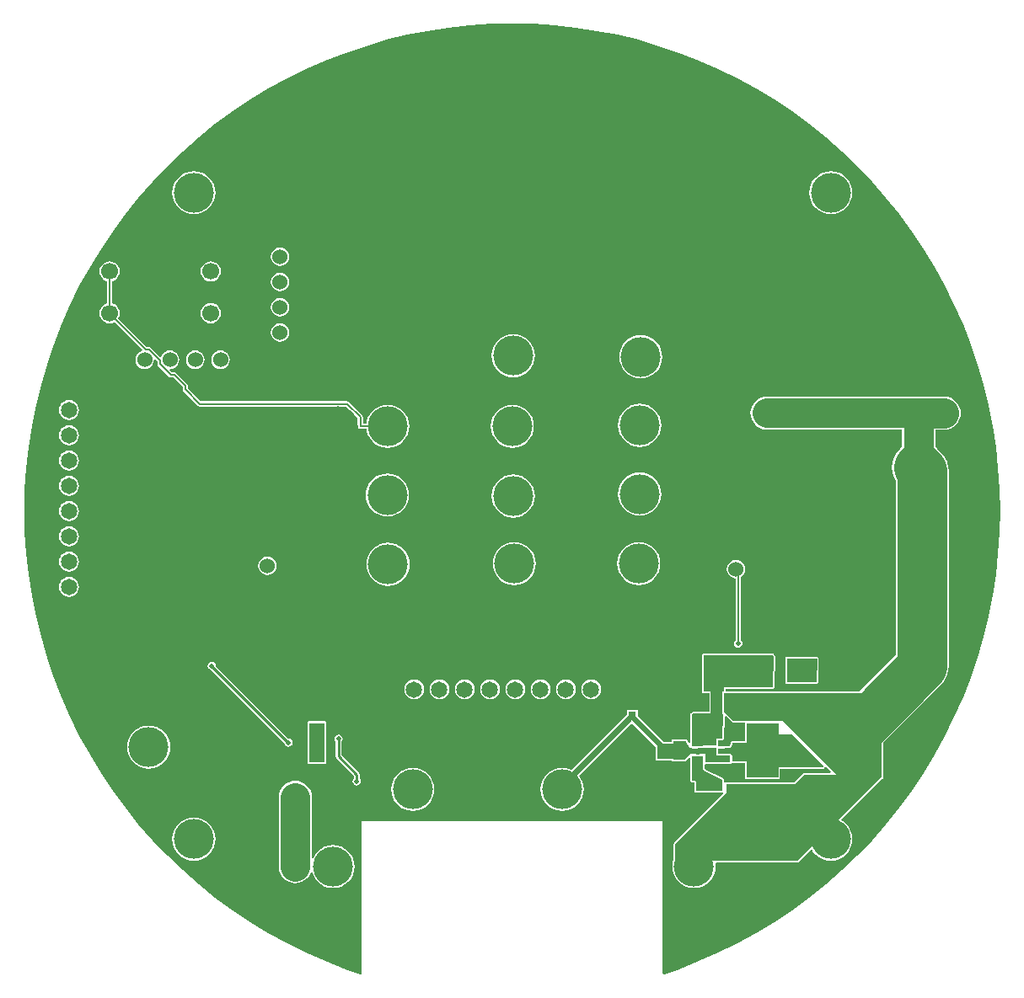
<source format=gbl>
G04 Layer_Physical_Order=2*
G04 Layer_Color=11436288*
%FSLAX24Y24*%
%MOIN*%
G70*
G01*
G75*
%ADD10R,0.0591X0.0748*%
%ADD11R,0.0295X0.0295*%
%ADD12R,0.0748X0.0591*%
%ADD13R,0.0217X0.0177*%
%ADD22C,0.1181*%
%ADD23C,0.0236*%
%ADD24C,0.0100*%
%ADD27C,0.0079*%
%ADD28C,0.0067*%
%ADD40C,0.1575*%
%ADD41C,0.0600*%
%ADD42R,0.0540X0.0540*%
%ADD43C,0.0650*%
%ADD44C,0.0669*%
%ADD45R,0.0540X0.0540*%
%ADD46C,0.0197*%
%ADD47C,0.0315*%
%ADD48R,0.0433X0.0236*%
%ADD49R,0.1260X0.2126*%
%ADD50R,0.0315X0.0256*%
%ADD51C,0.1969*%
%ADD52R,0.0610X0.1575*%
G36*
X26039Y58648D02*
X26879Y58593D01*
X27715Y58501D01*
X28548Y58373D01*
X29373Y58209D01*
X30191Y58009D01*
X30999Y57773D01*
X31796Y57502D01*
X32581Y57197D01*
X33352Y56858D01*
X34107Y56486D01*
X34845Y56081D01*
X35565Y55644D01*
X36265Y55176D01*
X36943Y54679D01*
X37600Y54152D01*
X38233Y53597D01*
X38841Y53014D01*
X39423Y52406D01*
X39978Y51773D01*
X40505Y51117D01*
X41003Y50438D01*
X41471Y49738D01*
X41908Y49018D01*
X42313Y48280D01*
X42685Y47525D01*
X43024Y46754D01*
X43329Y45970D01*
X43600Y45172D01*
X43835Y44364D01*
X44035Y43546D01*
X44200Y42721D01*
X44328Y41889D01*
X44419Y41052D01*
X44474Y40212D01*
X44493Y39370D01*
X44474Y38528D01*
X44419Y37688D01*
X44328Y36851D01*
X44200Y36019D01*
X44035Y35194D01*
X43835Y34376D01*
X43600Y33568D01*
X43329Y32770D01*
X43024Y31986D01*
X42685Y31215D01*
X42313Y30460D01*
X41908Y29722D01*
X41471Y29002D01*
X41003Y28302D01*
X40505Y27623D01*
X39978Y26967D01*
X39423Y26334D01*
X38841Y25726D01*
X38233Y25144D01*
X37600Y24589D01*
X36943Y24062D01*
X36265Y23564D01*
X35565Y23096D01*
X34845Y22659D01*
X34107Y22254D01*
X33352Y21882D01*
X32581Y21543D01*
X31796Y21238D01*
X31190Y21032D01*
X31149Y21061D01*
X31149Y21629D01*
X31142D01*
Y27087D01*
X19245D01*
Y21071D01*
X19195Y21035D01*
X18597Y21238D01*
X17813Y21543D01*
X17042Y21882D01*
X16287Y22254D01*
X15549Y22659D01*
X14829Y23096D01*
X14129Y23564D01*
X13450Y24062D01*
X12794Y24589D01*
X12161Y25144D01*
X11553Y25726D01*
X10970Y26334D01*
X10415Y26967D01*
X9888Y27623D01*
X9391Y28302D01*
X8923Y29002D01*
X8486Y29722D01*
X8081Y30460D01*
X7709Y31215D01*
X7370Y31986D01*
X7065Y32770D01*
X6794Y33568D01*
X6558Y34376D01*
X6358Y35194D01*
X6194Y36019D01*
X6066Y36851D01*
X5974Y37688D01*
X5919Y38528D01*
X5901Y39370D01*
X5919Y40212D01*
X5974Y41052D01*
X6066Y41889D01*
X6194Y42721D01*
X6358Y43546D01*
X6558Y44364D01*
X6794Y45172D01*
X7065Y45970D01*
X7370Y46754D01*
X7709Y47525D01*
X8081Y48280D01*
X8486Y49018D01*
X8923Y49738D01*
X9391Y50438D01*
X9888Y51117D01*
X10415Y51773D01*
X10970Y52406D01*
X11553Y53014D01*
X12161Y53597D01*
X12794Y54152D01*
X13450Y54679D01*
X14129Y55176D01*
X14829Y55644D01*
X15549Y56081D01*
X16287Y56486D01*
X17042Y56858D01*
X17813Y57197D01*
X18597Y57502D01*
X19394Y57773D01*
X20203Y58009D01*
X21020Y58209D01*
X21846Y58373D01*
X22678Y58501D01*
X23515Y58593D01*
X24355Y58648D01*
X25197Y58666D01*
X26039Y58648D01*
D02*
G37*
%LPC*%
G36*
X37254Y33578D02*
X36063D01*
X36057Y33577D01*
X36000D01*
Y33520D01*
X35999Y33514D01*
Y32598D01*
X36004Y32574D01*
X36018Y32553D01*
X36038Y32539D01*
X36063Y32534D01*
X37234D01*
X37246Y32537D01*
X37258Y32539D01*
X37258Y32539D01*
X37259Y32539D01*
X37269Y32546D01*
X37279Y32552D01*
X37279Y32553D01*
X37280Y32553D01*
X37286Y32563D01*
X37293Y32573D01*
X37293Y32573D01*
X37294Y32574D01*
X37296Y32585D01*
X37298Y32597D01*
X37318Y33512D01*
X37318Y33513D01*
X37318Y33514D01*
X37316Y33525D01*
X37314Y33537D01*
X37313Y33538D01*
X37313Y33538D01*
X37307Y33548D01*
X37300Y33558D01*
X37300Y33559D01*
X37299Y33559D01*
X37290Y33566D01*
X37280Y33573D01*
X37279Y33573D01*
X37279Y33573D01*
X37267Y33575D01*
X37255Y33578D01*
X37255Y33578D01*
X37254Y33578D01*
D02*
G37*
G36*
X34045Y37433D02*
X33951Y37421D01*
X33862Y37384D01*
X33786Y37326D01*
X33728Y37250D01*
X33692Y37162D01*
X33679Y37067D01*
X33692Y36972D01*
X33728Y36884D01*
X33786Y36808D01*
X33862Y36750D01*
X33951Y36713D01*
X34036Y36702D01*
Y34252D01*
X34017Y34240D01*
X33982Y34187D01*
X33969Y34124D01*
X33982Y34061D01*
X34017Y34008D01*
X34071Y33972D01*
X34134Y33959D01*
X34197Y33972D01*
X34250Y34008D01*
X34286Y34061D01*
X34298Y34124D01*
X34286Y34187D01*
X34250Y34240D01*
X34232Y34252D01*
Y36753D01*
X34304Y36808D01*
X34362Y36884D01*
X34399Y36972D01*
X34411Y37067D01*
X34399Y37162D01*
X34362Y37250D01*
X34304Y37326D01*
X34228Y37384D01*
X34140Y37421D01*
X34045Y37433D01*
D02*
G37*
G36*
X28319Y32698D02*
X28218Y32685D01*
X28124Y32646D01*
X28042Y32584D01*
X27980Y32503D01*
X27941Y32408D01*
X27928Y32307D01*
X27941Y32206D01*
X27980Y32111D01*
X28042Y32030D01*
X28124Y31968D01*
X28218Y31929D01*
X28319Y31916D01*
X28421Y31929D01*
X28515Y31968D01*
X28596Y32030D01*
X28658Y32111D01*
X28697Y32206D01*
X28711Y32307D01*
X28697Y32408D01*
X28658Y32503D01*
X28596Y32584D01*
X28515Y32646D01*
X28421Y32685D01*
X28319Y32698D01*
D02*
G37*
G36*
X26319D02*
X26218Y32685D01*
X26124Y32646D01*
X26042Y32584D01*
X25980Y32503D01*
X25941Y32408D01*
X25928Y32307D01*
X25941Y32206D01*
X25980Y32111D01*
X26042Y32030D01*
X26124Y31968D01*
X26218Y31929D01*
X26319Y31916D01*
X26421Y31929D01*
X26515Y31968D01*
X26596Y32030D01*
X26658Y32111D01*
X26697Y32206D01*
X26711Y32307D01*
X26697Y32408D01*
X26658Y32503D01*
X26596Y32584D01*
X26515Y32646D01*
X26421Y32685D01*
X26319Y32698D01*
D02*
G37*
G36*
X27319D02*
X27218Y32685D01*
X27124Y32646D01*
X27042Y32584D01*
X26980Y32503D01*
X26941Y32408D01*
X26928Y32307D01*
X26941Y32206D01*
X26980Y32111D01*
X27042Y32030D01*
X27124Y31968D01*
X27218Y31929D01*
X27319Y31916D01*
X27420Y31929D01*
X27515Y31968D01*
X27596Y32030D01*
X27658Y32111D01*
X27697Y32206D01*
X27711Y32307D01*
X27697Y32408D01*
X27658Y32503D01*
X27596Y32584D01*
X27515Y32646D01*
X27420Y32685D01*
X27319Y32698D01*
D02*
G37*
G36*
X7661Y36757D02*
X7560Y36744D01*
X7466Y36705D01*
X7385Y36643D01*
X7323Y36562D01*
X7283Y36467D01*
X7270Y36366D01*
X7283Y36265D01*
X7323Y36170D01*
X7385Y36089D01*
X7466Y36027D01*
X7560Y35988D01*
X7661Y35974D01*
X7763Y35988D01*
X7857Y36027D01*
X7938Y36089D01*
X8000Y36170D01*
X8039Y36265D01*
X8053Y36366D01*
X8039Y36467D01*
X8000Y36562D01*
X7938Y36643D01*
X7857Y36705D01*
X7763Y36744D01*
X7661Y36757D01*
D02*
G37*
G36*
X15512Y37561D02*
X15417Y37549D01*
X15329Y37512D01*
X15253Y37454D01*
X15195Y37378D01*
X15158Y37290D01*
X15146Y37195D01*
X15158Y37100D01*
X15195Y37012D01*
X15253Y36936D01*
X15329Y36878D01*
X15417Y36841D01*
X15512Y36829D01*
X15607Y36841D01*
X15695Y36878D01*
X15771Y36936D01*
X15829Y37012D01*
X15865Y37100D01*
X15878Y37195D01*
X15865Y37290D01*
X15829Y37378D01*
X15771Y37454D01*
X15695Y37512D01*
X15607Y37549D01*
X15512Y37561D01*
D02*
G37*
G36*
X7661Y37757D02*
X7560Y37744D01*
X7466Y37705D01*
X7385Y37643D01*
X7323Y37562D01*
X7283Y37467D01*
X7270Y37366D01*
X7283Y37265D01*
X7323Y37170D01*
X7385Y37089D01*
X7466Y37027D01*
X7560Y36988D01*
X7661Y36974D01*
X7763Y36988D01*
X7857Y37027D01*
X7938Y37089D01*
X8000Y37170D01*
X8039Y37265D01*
X8053Y37366D01*
X8039Y37467D01*
X8000Y37562D01*
X7938Y37643D01*
X7857Y37705D01*
X7763Y37744D01*
X7661Y37757D01*
D02*
G37*
G36*
X30197Y38138D02*
X30030Y38122D01*
X29870Y38073D01*
X29722Y37994D01*
X29593Y37888D01*
X29486Y37758D01*
X29407Y37610D01*
X29359Y37450D01*
X29342Y37283D01*
X29359Y37117D01*
X29407Y36956D01*
X29486Y36809D01*
X29593Y36679D01*
X29722Y36573D01*
X29870Y36494D01*
X30030Y36445D01*
X30197Y36429D01*
X30364Y36445D01*
X30524Y36494D01*
X30672Y36573D01*
X30801Y36679D01*
X30907Y36809D01*
X30986Y36956D01*
X31035Y37117D01*
X31051Y37283D01*
X31035Y37450D01*
X30986Y37610D01*
X30907Y37758D01*
X30801Y37888D01*
X30672Y37994D01*
X30524Y38073D01*
X30364Y38122D01*
X30197Y38138D01*
D02*
G37*
G36*
X20285Y38108D02*
X20119Y38092D01*
X19958Y38043D01*
X19811Y37964D01*
X19681Y37858D01*
X19575Y37729D01*
X19496Y37581D01*
X19447Y37421D01*
X19431Y37254D01*
X19447Y37087D01*
X19496Y36927D01*
X19575Y36779D01*
X19681Y36650D01*
X19811Y36543D01*
X19958Y36464D01*
X20119Y36416D01*
X20285Y36399D01*
X20452Y36416D01*
X20612Y36464D01*
X20760Y36543D01*
X20890Y36650D01*
X20996Y36779D01*
X21075Y36927D01*
X21124Y37087D01*
X21140Y37254D01*
X21124Y37421D01*
X21075Y37581D01*
X20996Y37729D01*
X20890Y37858D01*
X20760Y37964D01*
X20612Y38043D01*
X20452Y38092D01*
X20285Y38108D01*
D02*
G37*
G36*
X25276Y38138D02*
X25109Y38122D01*
X24949Y38073D01*
X24801Y37994D01*
X24671Y37888D01*
X24565Y37758D01*
X24486Y37610D01*
X24437Y37450D01*
X24421Y37283D01*
X24437Y37117D01*
X24486Y36956D01*
X24565Y36809D01*
X24671Y36679D01*
X24801Y36573D01*
X24949Y36494D01*
X25109Y36445D01*
X25276Y36429D01*
X25442Y36445D01*
X25603Y36494D01*
X25750Y36573D01*
X25880Y36679D01*
X25986Y36809D01*
X26065Y36956D01*
X26114Y37117D01*
X26130Y37283D01*
X26114Y37450D01*
X26065Y37610D01*
X25986Y37758D01*
X25880Y37888D01*
X25750Y37994D01*
X25603Y38073D01*
X25442Y38122D01*
X25276Y38138D01*
D02*
G37*
G36*
X25319Y32698D02*
X25218Y32685D01*
X25124Y32646D01*
X25042Y32584D01*
X24980Y32503D01*
X24941Y32408D01*
X24928Y32307D01*
X24941Y32206D01*
X24980Y32111D01*
X25042Y32030D01*
X25124Y31968D01*
X25218Y31929D01*
X25319Y31916D01*
X25420Y31929D01*
X25515Y31968D01*
X25596Y32030D01*
X25658Y32111D01*
X25697Y32206D01*
X25711Y32307D01*
X25697Y32408D01*
X25658Y32503D01*
X25596Y32584D01*
X25515Y32646D01*
X25420Y32685D01*
X25319Y32698D01*
D02*
G37*
G36*
X18327Y30509D02*
X18264Y30497D01*
X18210Y30461D01*
X18175Y30407D01*
X18162Y30344D01*
X18175Y30282D01*
X18210Y30228D01*
X18212Y30227D01*
Y29656D01*
X18220Y29611D01*
X18245Y29574D01*
X18930Y28889D01*
Y28788D01*
X18929Y28788D01*
X18893Y28734D01*
X18881Y28671D01*
X18893Y28608D01*
X18929Y28555D01*
X18982Y28519D01*
X19045Y28507D01*
X19108Y28519D01*
X19162Y28555D01*
X19197Y28608D01*
X19210Y28671D01*
X19197Y28734D01*
X19162Y28788D01*
X19160Y28788D01*
Y28937D01*
X19152Y28981D01*
X19127Y29018D01*
X18442Y29703D01*
Y30227D01*
X18443Y30228D01*
X18479Y30282D01*
X18491Y30344D01*
X18479Y30407D01*
X18443Y30461D01*
X18390Y30497D01*
X18327Y30509D01*
D02*
G37*
G36*
X10817Y30874D02*
X10650Y30858D01*
X10490Y30809D01*
X10342Y30730D01*
X10213Y30624D01*
X10106Y30494D01*
X10027Y30347D01*
X9979Y30186D01*
X9962Y30020D01*
X9979Y29853D01*
X10027Y29693D01*
X10106Y29545D01*
X10213Y29415D01*
X10342Y29309D01*
X10490Y29230D01*
X10650Y29182D01*
X10817Y29165D01*
X10984Y29182D01*
X11144Y29230D01*
X11292Y29309D01*
X11421Y29415D01*
X11527Y29545D01*
X11606Y29693D01*
X11655Y29853D01*
X11671Y30020D01*
X11655Y30186D01*
X11606Y30347D01*
X11527Y30494D01*
X11421Y30624D01*
X11292Y30730D01*
X11144Y30809D01*
X10984Y30858D01*
X10817Y30874D01*
D02*
G37*
G36*
X21260Y29201D02*
X21093Y29185D01*
X20933Y29136D01*
X20785Y29057D01*
X20656Y28951D01*
X20549Y28821D01*
X20470Y28673D01*
X20422Y28513D01*
X20405Y28346D01*
X20422Y28180D01*
X20470Y28019D01*
X20549Y27872D01*
X20656Y27742D01*
X20785Y27636D01*
X20933Y27557D01*
X21093Y27508D01*
X21260Y27492D01*
X21427Y27508D01*
X21587Y27557D01*
X21735Y27636D01*
X21864Y27742D01*
X21970Y27872D01*
X22049Y28019D01*
X22098Y28180D01*
X22114Y28346D01*
X22098Y28513D01*
X22049Y28673D01*
X21970Y28821D01*
X21864Y28951D01*
X21735Y29057D01*
X21587Y29136D01*
X21427Y29185D01*
X21260Y29201D01*
D02*
G37*
G36*
X16614Y28688D02*
X16486Y28676D01*
X16363Y28638D01*
X16249Y28578D01*
X16150Y28496D01*
X16068Y28396D01*
X16007Y28283D01*
X15970Y28160D01*
X15957Y28031D01*
Y25295D01*
X15970Y25167D01*
X16007Y25044D01*
X16068Y24930D01*
X16150Y24831D01*
X16249Y24749D01*
X16363Y24689D01*
X16486Y24651D01*
X16614Y24639D01*
X16742Y24651D01*
X16865Y24689D01*
X16979Y24749D01*
X17079Y24831D01*
X17160Y24930D01*
X17221Y25044D01*
X17233Y25085D01*
X17285D01*
X17321Y24968D01*
X17400Y24821D01*
X17506Y24691D01*
X17636Y24585D01*
X17783Y24506D01*
X17944Y24457D01*
X18110Y24441D01*
X18277Y24457D01*
X18437Y24506D01*
X18585Y24585D01*
X18714Y24691D01*
X18821Y24821D01*
X18900Y24968D01*
X18948Y25129D01*
X18965Y25295D01*
X18948Y25462D01*
X18900Y25622D01*
X18821Y25770D01*
X18714Y25900D01*
X18585Y26006D01*
X18437Y26085D01*
X18277Y26133D01*
X18110Y26150D01*
X17944Y26133D01*
X17783Y26085D01*
X17636Y26006D01*
X17506Y25900D01*
X17400Y25770D01*
X17321Y25622D01*
X17271Y25630D01*
Y28031D01*
X17258Y28160D01*
X17221Y28283D01*
X17160Y28396D01*
X17079Y28496D01*
X16979Y28578D01*
X16865Y28638D01*
X16742Y28676D01*
X16614Y28688D01*
D02*
G37*
G36*
X12598Y27232D02*
X12432Y27216D01*
X12271Y27167D01*
X12124Y27088D01*
X11994Y26982D01*
X11888Y26853D01*
X11809Y26705D01*
X11760Y26545D01*
X11744Y26378D01*
X11760Y26211D01*
X11809Y26051D01*
X11888Y25903D01*
X11994Y25774D01*
X12124Y25667D01*
X12271Y25588D01*
X12432Y25540D01*
X12598Y25523D01*
X12765Y25540D01*
X12925Y25588D01*
X13073Y25667D01*
X13203Y25774D01*
X13309Y25903D01*
X13388Y26051D01*
X13437Y26211D01*
X13453Y26378D01*
X13437Y26545D01*
X13388Y26705D01*
X13309Y26853D01*
X13203Y26982D01*
X13073Y27088D01*
X12925Y27167D01*
X12765Y27216D01*
X12598Y27232D01*
D02*
G37*
G36*
X17785Y31058D02*
X17175D01*
X17151Y31053D01*
X17130Y31040D01*
X17116Y31019D01*
X17111Y30994D01*
Y29419D01*
X17116Y29395D01*
X17130Y29374D01*
X17151Y29360D01*
X17175Y29355D01*
X17785D01*
X17810Y29360D01*
X17831Y29374D01*
X17845Y29395D01*
X17850Y29419D01*
Y30994D01*
X17845Y31019D01*
X17831Y31040D01*
X17810Y31053D01*
X17785Y31058D01*
D02*
G37*
G36*
X23319Y32698D02*
X23218Y32685D01*
X23124Y32646D01*
X23042Y32584D01*
X22980Y32503D01*
X22941Y32408D01*
X22928Y32307D01*
X22941Y32206D01*
X22980Y32111D01*
X23042Y32030D01*
X23124Y31968D01*
X23218Y31929D01*
X23319Y31916D01*
X23421Y31929D01*
X23515Y31968D01*
X23596Y32030D01*
X23658Y32111D01*
X23697Y32206D01*
X23711Y32307D01*
X23697Y32408D01*
X23658Y32503D01*
X23596Y32584D01*
X23515Y32646D01*
X23421Y32685D01*
X23319Y32698D01*
D02*
G37*
G36*
X24319D02*
X24218Y32685D01*
X24124Y32646D01*
X24042Y32584D01*
X23980Y32503D01*
X23941Y32408D01*
X23928Y32307D01*
X23941Y32206D01*
X23980Y32111D01*
X24042Y32030D01*
X24124Y31968D01*
X24218Y31929D01*
X24319Y31916D01*
X24420Y31929D01*
X24515Y31968D01*
X24596Y32030D01*
X24658Y32111D01*
X24697Y32206D01*
X24711Y32307D01*
X24697Y32408D01*
X24658Y32503D01*
X24596Y32584D01*
X24515Y32646D01*
X24420Y32685D01*
X24319Y32698D01*
D02*
G37*
G36*
X22319D02*
X22218Y32685D01*
X22124Y32646D01*
X22042Y32584D01*
X21980Y32503D01*
X21941Y32408D01*
X21928Y32307D01*
X21941Y32206D01*
X21980Y32111D01*
X22042Y32030D01*
X22124Y31968D01*
X22218Y31929D01*
X22319Y31916D01*
X22420Y31929D01*
X22515Y31968D01*
X22596Y32030D01*
X22658Y32111D01*
X22697Y32206D01*
X22711Y32307D01*
X22697Y32408D01*
X22658Y32503D01*
X22596Y32584D01*
X22515Y32646D01*
X22420Y32685D01*
X22319Y32698D01*
D02*
G37*
G36*
X13317Y33393D02*
X13254Y33380D01*
X13201Y33345D01*
X13165Y33291D01*
X13152Y33228D01*
X13165Y33165D01*
X13201Y33112D01*
X13254Y33076D01*
X13317Y33064D01*
X13318Y33064D01*
X16184Y30198D01*
X16184Y30197D01*
X16196Y30134D01*
X16232Y30080D01*
X16285Y30045D01*
X16348Y30032D01*
X16411Y30045D01*
X16465Y30080D01*
X16500Y30134D01*
X16513Y30197D01*
X16500Y30260D01*
X16465Y30313D01*
X16411Y30349D01*
X16348Y30361D01*
X16347Y30361D01*
X13481Y33227D01*
X13482Y33228D01*
X13469Y33291D01*
X13433Y33345D01*
X13380Y33380D01*
X13317Y33393D01*
D02*
G37*
G36*
X21319Y32698D02*
X21218Y32685D01*
X21124Y32646D01*
X21042Y32584D01*
X20980Y32503D01*
X20941Y32408D01*
X20928Y32307D01*
X20941Y32206D01*
X20980Y32111D01*
X21042Y32030D01*
X21124Y31968D01*
X21218Y31929D01*
X21319Y31916D01*
X21421Y31929D01*
X21515Y31968D01*
X21596Y32030D01*
X21658Y32111D01*
X21697Y32206D01*
X21711Y32307D01*
X21697Y32408D01*
X21658Y32503D01*
X21596Y32584D01*
X21515Y32646D01*
X21421Y32685D01*
X21319Y32698D01*
D02*
G37*
G36*
X7661Y38757D02*
X7560Y38744D01*
X7466Y38705D01*
X7385Y38643D01*
X7323Y38561D01*
X7283Y38467D01*
X7270Y38366D01*
X7283Y38265D01*
X7323Y38170D01*
X7385Y38089D01*
X7466Y38027D01*
X7560Y37988D01*
X7661Y37974D01*
X7763Y37988D01*
X7857Y38027D01*
X7938Y38089D01*
X8000Y38170D01*
X8039Y38265D01*
X8053Y38366D01*
X8039Y38467D01*
X8000Y38561D01*
X7938Y38643D01*
X7857Y38705D01*
X7763Y38744D01*
X7661Y38757D01*
D02*
G37*
G36*
X13661Y45720D02*
X13567Y45708D01*
X13478Y45671D01*
X13403Y45613D01*
X13344Y45537D01*
X13308Y45449D01*
X13295Y45354D01*
X13308Y45260D01*
X13344Y45171D01*
X13403Y45095D01*
X13478Y45037D01*
X13567Y45001D01*
X13661Y44988D01*
X13756Y45001D01*
X13844Y45037D01*
X13920Y45095D01*
X13978Y45171D01*
X14015Y45260D01*
X14028Y45354D01*
X14015Y45449D01*
X13978Y45537D01*
X13920Y45613D01*
X13844Y45671D01*
X13756Y45708D01*
X13661Y45720D01*
D02*
G37*
G36*
X16014Y46795D02*
X15919Y46783D01*
X15831Y46746D01*
X15755Y46688D01*
X15697Y46612D01*
X15660Y46524D01*
X15648Y46429D01*
X15660Y46334D01*
X15697Y46246D01*
X15755Y46170D01*
X15831Y46112D01*
X15919Y46075D01*
X16014Y46063D01*
X16109Y46075D01*
X16197Y46112D01*
X16273Y46170D01*
X16331Y46246D01*
X16367Y46334D01*
X16380Y46429D01*
X16367Y46524D01*
X16331Y46612D01*
X16273Y46688D01*
X16197Y46746D01*
X16109Y46783D01*
X16014Y46795D01*
D02*
G37*
G36*
X13270Y47596D02*
X13166Y47582D01*
X13069Y47542D01*
X12986Y47478D01*
X12922Y47395D01*
X12882Y47299D01*
X12869Y47195D01*
X12882Y47091D01*
X12922Y46994D01*
X12986Y46911D01*
X13069Y46848D01*
X13166Y46807D01*
X13270Y46794D01*
X13373Y46807D01*
X13470Y46848D01*
X13553Y46911D01*
X13617Y46994D01*
X13657Y47091D01*
X13671Y47195D01*
X13657Y47299D01*
X13617Y47395D01*
X13553Y47478D01*
X13470Y47542D01*
X13373Y47582D01*
X13270Y47596D01*
D02*
G37*
G36*
X30276Y46327D02*
X30109Y46311D01*
X29949Y46262D01*
X29801Y46183D01*
X29671Y46077D01*
X29565Y45947D01*
X29486Y45799D01*
X29437Y45639D01*
X29421Y45472D01*
X29437Y45306D01*
X29486Y45145D01*
X29565Y44998D01*
X29671Y44868D01*
X29801Y44762D01*
X29949Y44683D01*
X30109Y44634D01*
X30276Y44618D01*
X30442Y44634D01*
X30603Y44683D01*
X30750Y44762D01*
X30880Y44868D01*
X30986Y44998D01*
X31065Y45145D01*
X31114Y45306D01*
X31130Y45472D01*
X31114Y45639D01*
X31065Y45799D01*
X30986Y45947D01*
X30880Y46077D01*
X30750Y46183D01*
X30603Y46262D01*
X30442Y46311D01*
X30276Y46327D01*
D02*
G37*
G36*
X25236Y46366D02*
X25070Y46350D01*
X24909Y46301D01*
X24761Y46222D01*
X24632Y46116D01*
X24526Y45987D01*
X24447Y45839D01*
X24398Y45679D01*
X24382Y45512D01*
X24398Y45345D01*
X24447Y45185D01*
X24526Y45037D01*
X24632Y44908D01*
X24761Y44801D01*
X24909Y44722D01*
X25070Y44674D01*
X25236Y44657D01*
X25403Y44674D01*
X25563Y44722D01*
X25711Y44801D01*
X25840Y44908D01*
X25947Y45037D01*
X26026Y45185D01*
X26074Y45345D01*
X26091Y45512D01*
X26074Y45679D01*
X26026Y45839D01*
X25947Y45987D01*
X25840Y46116D01*
X25711Y46222D01*
X25563Y46301D01*
X25403Y46350D01*
X25236Y46366D01*
D02*
G37*
G36*
X12661Y45720D02*
X12567Y45708D01*
X12478Y45671D01*
X12403Y45613D01*
X12344Y45537D01*
X12308Y45449D01*
X12295Y45354D01*
X12308Y45260D01*
X12344Y45171D01*
X12403Y45095D01*
X12478Y45037D01*
X12567Y45001D01*
X12661Y44988D01*
X12756Y45001D01*
X12844Y45037D01*
X12920Y45095D01*
X12978Y45171D01*
X13015Y45260D01*
X13028Y45354D01*
X13015Y45449D01*
X12978Y45537D01*
X12920Y45613D01*
X12844Y45671D01*
X12756Y45708D01*
X12661Y45720D01*
D02*
G37*
G36*
X16014Y49795D02*
X15919Y49783D01*
X15831Y49746D01*
X15755Y49688D01*
X15697Y49612D01*
X15660Y49524D01*
X15648Y49429D01*
X15660Y49334D01*
X15697Y49246D01*
X15755Y49170D01*
X15831Y49112D01*
X15919Y49075D01*
X16014Y49063D01*
X16109Y49075D01*
X16197Y49112D01*
X16273Y49170D01*
X16331Y49246D01*
X16367Y49334D01*
X16380Y49429D01*
X16367Y49524D01*
X16331Y49612D01*
X16273Y49688D01*
X16197Y49746D01*
X16109Y49783D01*
X16014Y49795D01*
D02*
G37*
G36*
X12598Y52823D02*
X12432Y52807D01*
X12271Y52758D01*
X12124Y52679D01*
X11994Y52573D01*
X11888Y52443D01*
X11809Y52296D01*
X11760Y52135D01*
X11744Y51968D01*
X11760Y51802D01*
X11809Y51642D01*
X11888Y51494D01*
X11994Y51364D01*
X12124Y51258D01*
X12271Y51179D01*
X12432Y51130D01*
X12598Y51114D01*
X12765Y51130D01*
X12925Y51179D01*
X13073Y51258D01*
X13203Y51364D01*
X13309Y51494D01*
X13388Y51642D01*
X13437Y51802D01*
X13453Y51968D01*
X13437Y52135D01*
X13388Y52296D01*
X13309Y52443D01*
X13203Y52573D01*
X13073Y52679D01*
X12925Y52758D01*
X12765Y52807D01*
X12598Y52823D01*
D02*
G37*
G36*
X37795D02*
X37629Y52807D01*
X37468Y52758D01*
X37321Y52679D01*
X37191Y52573D01*
X37085Y52443D01*
X37006Y52296D01*
X36957Y52135D01*
X36941Y51968D01*
X36957Y51802D01*
X37006Y51642D01*
X37085Y51494D01*
X37191Y51364D01*
X37321Y51258D01*
X37468Y51179D01*
X37629Y51130D01*
X37795Y51114D01*
X37962Y51130D01*
X38122Y51179D01*
X38270Y51258D01*
X38400Y51364D01*
X38506Y51494D01*
X38585Y51642D01*
X38633Y51802D01*
X38650Y51968D01*
X38633Y52135D01*
X38585Y52296D01*
X38506Y52443D01*
X38400Y52573D01*
X38270Y52679D01*
X38122Y52758D01*
X37962Y52807D01*
X37795Y52823D01*
D02*
G37*
G36*
X16014Y47795D02*
X15919Y47783D01*
X15831Y47746D01*
X15755Y47688D01*
X15697Y47612D01*
X15660Y47524D01*
X15648Y47429D01*
X15660Y47334D01*
X15697Y47246D01*
X15755Y47170D01*
X15831Y47112D01*
X15919Y47075D01*
X16014Y47063D01*
X16109Y47075D01*
X16197Y47112D01*
X16273Y47170D01*
X16331Y47246D01*
X16367Y47334D01*
X16380Y47429D01*
X16367Y47524D01*
X16331Y47612D01*
X16273Y47688D01*
X16197Y47746D01*
X16109Y47783D01*
X16014Y47795D01*
D02*
G37*
G36*
Y48795D02*
X15919Y48783D01*
X15831Y48746D01*
X15755Y48688D01*
X15697Y48612D01*
X15660Y48524D01*
X15648Y48429D01*
X15660Y48334D01*
X15697Y48246D01*
X15755Y48170D01*
X15831Y48112D01*
X15919Y48075D01*
X16014Y48063D01*
X16109Y48075D01*
X16197Y48112D01*
X16273Y48170D01*
X16331Y48246D01*
X16367Y48334D01*
X16380Y48429D01*
X16367Y48524D01*
X16331Y48612D01*
X16273Y48688D01*
X16197Y48746D01*
X16109Y48783D01*
X16014Y48795D01*
D02*
G37*
G36*
X13270Y49249D02*
X13166Y49236D01*
X13069Y49196D01*
X12986Y49132D01*
X12922Y49049D01*
X12882Y48952D01*
X12869Y48848D01*
X12882Y48745D01*
X12922Y48648D01*
X12986Y48565D01*
X13069Y48501D01*
X13166Y48461D01*
X13270Y48447D01*
X13373Y48461D01*
X13470Y48501D01*
X13553Y48565D01*
X13617Y48648D01*
X13657Y48745D01*
X13671Y48848D01*
X13657Y48952D01*
X13617Y49049D01*
X13553Y49132D01*
X13470Y49196D01*
X13373Y49236D01*
X13270Y49249D01*
D02*
G37*
G36*
X7661Y43757D02*
X7560Y43744D01*
X7466Y43705D01*
X7385Y43643D01*
X7323Y43562D01*
X7283Y43467D01*
X7270Y43366D01*
X7283Y43265D01*
X7323Y43170D01*
X7385Y43089D01*
X7466Y43027D01*
X7560Y42988D01*
X7661Y42974D01*
X7763Y42988D01*
X7857Y43027D01*
X7938Y43089D01*
X8000Y43170D01*
X8039Y43265D01*
X8053Y43366D01*
X8039Y43467D01*
X8000Y43562D01*
X7938Y43643D01*
X7857Y43705D01*
X7763Y43744D01*
X7661Y43757D01*
D02*
G37*
G36*
Y40757D02*
X7560Y40744D01*
X7466Y40705D01*
X7385Y40643D01*
X7323Y40561D01*
X7283Y40467D01*
X7270Y40366D01*
X7283Y40265D01*
X7323Y40170D01*
X7385Y40089D01*
X7466Y40027D01*
X7560Y39988D01*
X7661Y39974D01*
X7763Y39988D01*
X7857Y40027D01*
X7938Y40089D01*
X8000Y40170D01*
X8039Y40265D01*
X8053Y40366D01*
X8039Y40467D01*
X8000Y40561D01*
X7938Y40643D01*
X7857Y40705D01*
X7763Y40744D01*
X7661Y40757D01*
D02*
G37*
G36*
Y41757D02*
X7560Y41744D01*
X7466Y41705D01*
X7385Y41643D01*
X7323Y41561D01*
X7283Y41467D01*
X7270Y41366D01*
X7283Y41265D01*
X7323Y41170D01*
X7385Y41089D01*
X7466Y41027D01*
X7560Y40988D01*
X7661Y40974D01*
X7763Y40988D01*
X7857Y41027D01*
X7938Y41089D01*
X8000Y41170D01*
X8039Y41265D01*
X8053Y41366D01*
X8039Y41467D01*
X8000Y41561D01*
X7938Y41643D01*
X7857Y41705D01*
X7763Y41744D01*
X7661Y41757D01*
D02*
G37*
G36*
X9270Y49249D02*
X9166Y49236D01*
X9069Y49196D01*
X8986Y49132D01*
X8922Y49049D01*
X8882Y48952D01*
X8869Y48848D01*
X8882Y48745D01*
X8922Y48648D01*
X8986Y48565D01*
X9069Y48501D01*
X9165Y48461D01*
Y47582D01*
X9069Y47542D01*
X8986Y47478D01*
X8922Y47395D01*
X8882Y47299D01*
X8869Y47195D01*
X8882Y47091D01*
X8922Y46994D01*
X8986Y46911D01*
X9069Y46848D01*
X9166Y46807D01*
X9270Y46794D01*
X9373Y46807D01*
X9470Y46847D01*
X10563Y45754D01*
X10547Y45700D01*
X10478Y45671D01*
X10403Y45613D01*
X10344Y45537D01*
X10308Y45449D01*
X10295Y45354D01*
X10308Y45260D01*
X10344Y45171D01*
X10403Y45095D01*
X10478Y45037D01*
X10567Y45001D01*
X10661Y44988D01*
X10756Y45001D01*
X10844Y45037D01*
X10920Y45095D01*
X10978Y45171D01*
X11015Y45260D01*
X11026Y45341D01*
X11073Y45365D01*
X11155Y45282D01*
Y45188D01*
X11155Y45188D01*
X11163Y45148D01*
X11185Y45114D01*
X11616Y44683D01*
X11616Y44683D01*
X11650Y44660D01*
X11657Y44659D01*
X11690Y44652D01*
X11690Y44652D01*
X11785D01*
X12155Y44282D01*
Y44188D01*
X12155Y44188D01*
X12163Y44148D01*
X12185Y44114D01*
X12767Y43533D01*
X12800Y43510D01*
X12807Y43509D01*
X12840Y43502D01*
X12840Y43502D01*
X18623D01*
X19083Y43042D01*
Y42717D01*
X19091Y42677D01*
X19113Y42643D01*
X19147Y42620D01*
X19187Y42612D01*
X19422D01*
X19428Y42550D01*
X19476Y42390D01*
X19555Y42242D01*
X19662Y42112D01*
X19791Y42006D01*
X19939Y41927D01*
X20099Y41878D01*
X20266Y41862D01*
X20432Y41878D01*
X20593Y41927D01*
X20740Y42006D01*
X20870Y42112D01*
X20976Y42242D01*
X21055Y42390D01*
X21104Y42550D01*
X21120Y42717D01*
X21104Y42883D01*
X21055Y43044D01*
X20976Y43191D01*
X20870Y43321D01*
X20740Y43427D01*
X20593Y43506D01*
X20432Y43555D01*
X20266Y43571D01*
X20099Y43555D01*
X19939Y43506D01*
X19791Y43427D01*
X19662Y43321D01*
X19555Y43191D01*
X19476Y43044D01*
X19428Y42883D01*
X19422Y42821D01*
X19291D01*
Y43085D01*
X19283Y43125D01*
X19261Y43159D01*
X18740Y43680D01*
X18706Y43703D01*
X18666Y43711D01*
X18666Y43711D01*
X12884D01*
X12363Y44231D01*
Y44326D01*
X12363Y44326D01*
X12357Y44359D01*
X12355Y44366D01*
X12333Y44400D01*
X12333Y44400D01*
X11902Y44830D01*
X11868Y44853D01*
X11828Y44861D01*
X11828Y44861D01*
X11733D01*
X11651Y44943D01*
X11675Y44990D01*
X11756Y45001D01*
X11844Y45037D01*
X11920Y45095D01*
X11978Y45171D01*
X12015Y45260D01*
X12028Y45354D01*
X12015Y45449D01*
X11978Y45537D01*
X11920Y45613D01*
X11844Y45671D01*
X11756Y45708D01*
X11661Y45720D01*
X11567Y45708D01*
X11478Y45671D01*
X11403Y45613D01*
X11344Y45537D01*
X11321Y45482D01*
X11262Y45470D01*
X10902Y45830D01*
X10868Y45853D01*
X10828Y45861D01*
X10828Y45861D01*
X10751D01*
X9617Y46995D01*
X9657Y47091D01*
X9671Y47195D01*
X9657Y47299D01*
X9617Y47395D01*
X9553Y47478D01*
X9470Y47542D01*
X9374Y47582D01*
Y48461D01*
X9470Y48501D01*
X9553Y48565D01*
X9617Y48648D01*
X9657Y48745D01*
X9671Y48848D01*
X9657Y48952D01*
X9617Y49049D01*
X9553Y49132D01*
X9470Y49196D01*
X9373Y49236D01*
X9270Y49249D01*
D02*
G37*
G36*
X30236Y40894D02*
X30070Y40877D01*
X29909Y40829D01*
X29761Y40750D01*
X29632Y40644D01*
X29526Y40514D01*
X29447Y40366D01*
X29398Y40206D01*
X29382Y40039D01*
X29398Y39873D01*
X29447Y39712D01*
X29526Y39565D01*
X29632Y39435D01*
X29761Y39329D01*
X29909Y39250D01*
X30070Y39201D01*
X30236Y39185D01*
X30403Y39201D01*
X30563Y39250D01*
X30711Y39329D01*
X30840Y39435D01*
X30947Y39565D01*
X31026Y39712D01*
X31074Y39873D01*
X31091Y40039D01*
X31074Y40206D01*
X31026Y40366D01*
X30947Y40514D01*
X30840Y40644D01*
X30711Y40750D01*
X30563Y40829D01*
X30403Y40877D01*
X30236Y40894D01*
D02*
G37*
G36*
X7661Y39757D02*
X7560Y39744D01*
X7466Y39705D01*
X7385Y39643D01*
X7323Y39562D01*
X7283Y39467D01*
X7270Y39366D01*
X7283Y39265D01*
X7323Y39170D01*
X7385Y39089D01*
X7466Y39027D01*
X7560Y38988D01*
X7661Y38974D01*
X7763Y38988D01*
X7857Y39027D01*
X7938Y39089D01*
X8000Y39170D01*
X8039Y39265D01*
X8053Y39366D01*
X8039Y39467D01*
X8000Y39562D01*
X7938Y39643D01*
X7857Y39705D01*
X7763Y39744D01*
X7661Y39757D01*
D02*
G37*
G36*
X25236Y40815D02*
X25070Y40799D01*
X24909Y40750D01*
X24761Y40671D01*
X24632Y40565D01*
X24526Y40435D01*
X24447Y40288D01*
X24398Y40127D01*
X24382Y39961D01*
X24398Y39794D01*
X24447Y39634D01*
X24526Y39486D01*
X24632Y39356D01*
X24761Y39250D01*
X24909Y39171D01*
X25070Y39123D01*
X25236Y39106D01*
X25403Y39123D01*
X25563Y39171D01*
X25711Y39250D01*
X25840Y39356D01*
X25947Y39486D01*
X26026Y39634D01*
X26074Y39794D01*
X26091Y39961D01*
X26074Y40127D01*
X26026Y40288D01*
X25947Y40435D01*
X25840Y40565D01*
X25711Y40671D01*
X25563Y40750D01*
X25403Y40799D01*
X25236Y40815D01*
D02*
G37*
G36*
X20256Y40855D02*
X20089Y40838D01*
X19929Y40789D01*
X19781Y40711D01*
X19652Y40604D01*
X19545Y40475D01*
X19466Y40327D01*
X19418Y40167D01*
X19401Y40000D01*
X19418Y39833D01*
X19466Y39673D01*
X19545Y39525D01*
X19652Y39396D01*
X19781Y39290D01*
X19929Y39211D01*
X20089Y39162D01*
X20256Y39145D01*
X20423Y39162D01*
X20583Y39211D01*
X20731Y39290D01*
X20860Y39396D01*
X20966Y39525D01*
X21045Y39673D01*
X21094Y39833D01*
X21110Y40000D01*
X21094Y40167D01*
X21045Y40327D01*
X20966Y40475D01*
X20860Y40604D01*
X20731Y40711D01*
X20583Y40789D01*
X20423Y40838D01*
X20256Y40855D01*
D02*
G37*
G36*
X30236Y43610D02*
X30070Y43594D01*
X29909Y43545D01*
X29761Y43466D01*
X29632Y43360D01*
X29526Y43231D01*
X29447Y43083D01*
X29398Y42923D01*
X29382Y42756D01*
X29398Y42589D01*
X29447Y42429D01*
X29526Y42281D01*
X29632Y42152D01*
X29761Y42045D01*
X29909Y41966D01*
X30070Y41918D01*
X30236Y41901D01*
X30403Y41918D01*
X30563Y41966D01*
X30711Y42045D01*
X30840Y42152D01*
X30947Y42281D01*
X31026Y42429D01*
X31074Y42589D01*
X31091Y42756D01*
X31074Y42923D01*
X31026Y43083D01*
X30947Y43231D01*
X30840Y43360D01*
X30711Y43466D01*
X30563Y43545D01*
X30403Y43594D01*
X30236Y43610D01*
D02*
G37*
G36*
X25197Y43571D02*
X25030Y43555D01*
X24870Y43506D01*
X24722Y43427D01*
X24593Y43321D01*
X24486Y43191D01*
X24407Y43044D01*
X24359Y42883D01*
X24342Y42717D01*
X24359Y42550D01*
X24407Y42390D01*
X24486Y42242D01*
X24593Y42112D01*
X24722Y42006D01*
X24870Y41927D01*
X25030Y41878D01*
X25197Y41862D01*
X25364Y41878D01*
X25524Y41927D01*
X25672Y42006D01*
X25801Y42112D01*
X25907Y42242D01*
X25986Y42390D01*
X26035Y42550D01*
X26051Y42717D01*
X26035Y42883D01*
X25986Y43044D01*
X25907Y43191D01*
X25801Y43321D01*
X25672Y43427D01*
X25524Y43506D01*
X25364Y43555D01*
X25197Y43571D01*
D02*
G37*
G36*
X42276Y43899D02*
X42276Y43899D01*
X35276D01*
X35148Y43886D01*
X35025Y43849D01*
X34911Y43788D01*
X34812Y43706D01*
X34730Y43607D01*
X34669Y43493D01*
X34632Y43370D01*
X34619Y43242D01*
X34632Y43114D01*
X34669Y42991D01*
X34730Y42877D01*
X34812Y42778D01*
X34911Y42696D01*
X35025Y42635D01*
X35148Y42598D01*
X35276Y42585D01*
X40613D01*
Y41909D01*
X40527Y41835D01*
X40420Y41710D01*
X40334Y41569D01*
X40271Y41417D01*
X40232Y41257D01*
X40219Y41093D01*
X40232Y40928D01*
X40271Y40768D01*
X40334Y40616D01*
X40357Y40578D01*
Y35571D01*
Y33663D01*
X38913Y32220D01*
X33677D01*
X33642Y32256D01*
X33645Y32337D01*
X35512D01*
X35524Y32340D01*
X35535Y32342D01*
X35536Y32342D01*
X35536Y32342D01*
X35546Y32349D01*
X35557Y32355D01*
X35557Y32356D01*
X35557Y32356D01*
X35564Y32366D01*
X35571Y32376D01*
X35571Y32377D01*
X35571Y32377D01*
X35573Y32389D01*
X35576Y32401D01*
X35595Y33615D01*
X35595Y33615D01*
X35595Y33615D01*
X35593Y33627D01*
X35591Y33640D01*
X35591Y33640D01*
X35590Y33640D01*
X35584Y33650D01*
X35577Y33661D01*
X35577Y33661D01*
X35577Y33661D01*
X35542Y33697D01*
X35541Y33697D01*
X35541Y33697D01*
X35531Y33704D01*
X35521Y33711D01*
X35521Y33711D01*
X35520Y33711D01*
X35508Y33713D01*
X35496Y33716D01*
X35496Y33716D01*
X35496Y33716D01*
X32776D01*
X32751Y33711D01*
X32730Y33697D01*
X32716Y33676D01*
X32711Y33652D01*
Y32218D01*
X32716Y32194D01*
X32730Y32173D01*
X32751Y32159D01*
X32776Y32154D01*
X32981D01*
Y31409D01*
X32343D01*
X32336Y31407D01*
X32329Y31407D01*
X32324Y31405D01*
X32319Y31404D01*
X32313Y31400D01*
X32306Y31397D01*
X32256Y31361D01*
X32253Y31357D01*
X32248Y31354D01*
X32244Y31348D01*
X32239Y31343D01*
X32237Y31338D01*
X32234Y31333D01*
X32233Y31326D01*
X32230Y31320D01*
X32231Y31314D01*
X32229Y31309D01*
X32238Y30173D01*
X32188Y30159D01*
X32131Y30254D01*
Y30266D01*
X32126Y30290D01*
X32112Y30311D01*
X32092Y30325D01*
X32067Y30330D01*
X31555D01*
X31531Y30325D01*
X31510Y30311D01*
X31496Y30290D01*
X31491Y30266D01*
Y30220D01*
X31202D01*
X30161Y31261D01*
Y31490D01*
X29740D01*
Y31330D01*
X27527Y29117D01*
X27492Y29136D01*
X27332Y29185D01*
X27165Y29201D01*
X26999Y29185D01*
X26838Y29136D01*
X26691Y29057D01*
X26561Y28951D01*
X26455Y28821D01*
X26376Y28673D01*
X26327Y28513D01*
X26311Y28346D01*
X26327Y28180D01*
X26376Y28019D01*
X26455Y27872D01*
X26561Y27742D01*
X26691Y27636D01*
X26838Y27557D01*
X26999Y27508D01*
X27165Y27492D01*
X27332Y27508D01*
X27492Y27557D01*
X27640Y27636D01*
X27770Y27742D01*
X27876Y27872D01*
X27955Y28019D01*
X28003Y28180D01*
X28020Y28346D01*
X28003Y28513D01*
X27955Y28673D01*
X27876Y28821D01*
X27821Y28888D01*
X29891Y30959D01*
X29941D01*
X30862Y30038D01*
Y29504D01*
X31496D01*
X31496Y29503D01*
X31510Y29482D01*
X31531Y29468D01*
X31555Y29463D01*
X32018D01*
X32018Y29463D01*
X32042Y29468D01*
X32063Y29482D01*
X32183Y29602D01*
X32229Y29583D01*
Y28711D01*
X32234Y28686D01*
X32248Y28665D01*
X32258Y28655D01*
X32279Y28641D01*
X32303Y28637D01*
X32303Y28637D01*
X32395D01*
X32396Y28635D01*
Y28297D01*
X32398Y28291D01*
Y28274D01*
X32401D01*
X32401Y28273D01*
X32415Y28252D01*
X32436Y28238D01*
X32461Y28233D01*
X33504D01*
X33510Y28234D01*
X33525D01*
X33546Y28184D01*
X31588Y26227D01*
X31575Y26206D01*
X31570Y26181D01*
X31570Y26181D01*
Y25547D01*
X31544Y25462D01*
X31527Y25295D01*
X31544Y25129D01*
X31592Y24968D01*
X31671Y24821D01*
X31778Y24691D01*
X31907Y24585D01*
X32055Y24506D01*
X32215Y24457D01*
X32382Y24441D01*
X32549Y24457D01*
X32709Y24506D01*
X32857Y24585D01*
X32986Y24691D01*
X33092Y24821D01*
X33171Y24968D01*
X33220Y25129D01*
X33236Y25295D01*
X33224Y25417D01*
X33270Y25467D01*
X36486D01*
X36511Y25472D01*
X36532Y25486D01*
X37008Y25962D01*
X37057Y25955D01*
X37085Y25903D01*
X37191Y25774D01*
X37321Y25667D01*
X37468Y25588D01*
X37629Y25540D01*
X37795Y25523D01*
X37962Y25540D01*
X38122Y25588D01*
X38270Y25667D01*
X38400Y25774D01*
X38506Y25903D01*
X38585Y26051D01*
X38633Y26211D01*
X38650Y26378D01*
X38633Y26545D01*
X38585Y26705D01*
X38506Y26853D01*
X38400Y26982D01*
X38270Y27088D01*
X38218Y27116D01*
X38211Y27166D01*
X39801Y28756D01*
X39876D01*
Y28852D01*
X39877Y28858D01*
X39877Y28858D01*
Y30215D01*
X39896Y30232D01*
X42150Y32486D01*
X42257Y32611D01*
X42343Y32751D01*
X42407Y32904D01*
X42445Y33064D01*
X42458Y33228D01*
Y35571D01*
Y40955D01*
X42445Y41119D01*
X42407Y41279D01*
X42388Y41324D01*
X42343Y41432D01*
X42257Y41572D01*
X42150Y41698D01*
X42012Y41835D01*
X41926Y41909D01*
Y42579D01*
X42270D01*
X42270Y42579D01*
X42386Y42591D01*
X42398Y42592D01*
X42521Y42629D01*
X42635Y42690D01*
X42734Y42772D01*
X42740Y42778D01*
X42740Y42778D01*
X42777Y42823D01*
X42822Y42877D01*
X42883Y42991D01*
X42920Y43114D01*
X42921Y43126D01*
X42933Y43242D01*
X42920Y43370D01*
X42883Y43493D01*
X42822Y43607D01*
X42740Y43706D01*
X42641Y43788D01*
X42527Y43849D01*
X42404Y43886D01*
X42276Y43899D01*
D02*
G37*
G36*
X7661Y42757D02*
X7560Y42744D01*
X7466Y42705D01*
X7385Y42643D01*
X7323Y42561D01*
X7283Y42467D01*
X7270Y42366D01*
X7283Y42265D01*
X7323Y42170D01*
X7385Y42089D01*
X7466Y42027D01*
X7560Y41988D01*
X7661Y41974D01*
X7763Y41988D01*
X7857Y42027D01*
X7938Y42089D01*
X8000Y42170D01*
X8039Y42265D01*
X8053Y42366D01*
X8039Y42467D01*
X8000Y42561D01*
X7938Y42643D01*
X7857Y42705D01*
X7763Y42744D01*
X7661Y42757D01*
D02*
G37*
%LPD*%
G36*
X39813Y32096D02*
Y28858D01*
X36486Y25531D01*
X31634D01*
Y26181D01*
X33661Y28209D01*
Y28553D01*
X33967Y28543D01*
X36368D01*
X36762Y28937D01*
X38002D01*
X35886Y31053D01*
X33937D01*
X33583Y31407D01*
Y32156D01*
X39754D01*
X39813Y32096D01*
D02*
G37*
G36*
X33892Y31008D02*
X33912Y30994D01*
X33937Y30989D01*
X33937Y30989D01*
X34396D01*
Y30261D01*
X33917D01*
X33917Y30261D01*
X33893Y30256D01*
X33872Y30242D01*
X33872Y30242D01*
X33862Y30232D01*
X33848Y30212D01*
X33843Y30187D01*
X33843Y30187D01*
Y30150D01*
X33805Y30054D01*
X33602D01*
X33596Y30053D01*
X33374D01*
X33328Y30079D01*
Y30304D01*
X33514D01*
X33525Y30306D01*
X33536Y30308D01*
X33537Y30309D01*
X33538Y30309D01*
X33548Y30315D01*
X33558Y30321D01*
X33558Y30322D01*
X33559Y30323D01*
X33566Y30332D01*
X33572Y30342D01*
X33572Y30343D01*
X33573Y30344D01*
X33575Y30355D01*
X33578Y30366D01*
X33607Y31227D01*
X33654Y31246D01*
X33892Y31008D01*
D02*
G37*
G36*
X32736Y29626D02*
X32746Y29163D01*
X32766Y29134D01*
Y29075D01*
X33504Y28740D01*
Y28297D01*
X32461D01*
Y28661D01*
X32421Y28701D01*
X32303D01*
X32293Y28711D01*
Y29665D01*
X32736D01*
Y29626D01*
D02*
G37*
G36*
X33258Y29980D02*
Y29675D01*
X33809D01*
Y29439D01*
X33829Y29419D01*
X32825D01*
Y29744D01*
X32815Y29754D01*
X32539D01*
Y29990D01*
X33248D01*
X33258Y29980D01*
D02*
G37*
G36*
X34675Y29459D02*
X33927D01*
X33907Y29478D01*
Y29675D01*
X33829Y29754D01*
X33602Y29754D01*
Y29990D01*
X33848D01*
X33907Y30138D01*
Y30187D01*
X33917Y30197D01*
X34675D01*
Y29459D01*
D02*
G37*
G36*
X32067Y30236D02*
X32215Y29990D01*
X32313D01*
X32539Y29754D01*
X32244D01*
X32018Y29528D01*
X31555D01*
Y30266D01*
X32067D01*
Y30236D01*
D02*
G37*
G36*
X37234Y32598D02*
X36063D01*
Y33514D01*
X37254D01*
X37234Y32598D01*
D02*
G37*
G36*
X35531Y33616D02*
X35512Y32402D01*
X33583D01*
X33576Y32218D01*
X33576Y32218D01*
X33510D01*
Y31344D01*
X33511D01*
X33546Y31309D01*
X33514Y30368D01*
X33264D01*
Y30079D01*
X33150D01*
X32339Y30069D01*
X32303Y30104D01*
X32294Y31309D01*
X32343Y31344D01*
X33045D01*
Y32218D01*
X32776D01*
Y33652D01*
X35496D01*
X35531Y33616D01*
D02*
G37*
G36*
X37490Y29281D02*
Y29232D01*
X35679D01*
X35659Y29252D01*
Y30522D01*
X36250D01*
X37490Y29281D01*
D02*
G37*
G36*
X34396Y28756D02*
X35782D01*
Y29168D01*
X37490D01*
X37515Y29173D01*
X37536Y29187D01*
X37550Y29208D01*
X37553Y29225D01*
X37574Y29237D01*
X37604Y29244D01*
X37801Y29047D01*
X37782Y29001D01*
X36762D01*
X36737Y28996D01*
X36729Y28991D01*
X36716Y28982D01*
X36716Y28982D01*
X36342Y28608D01*
X34039D01*
Y28616D01*
X33701D01*
X33663Y28617D01*
X33662Y28617D01*
X33661Y28617D01*
X33655Y28616D01*
X33598D01*
X33568Y28654D01*
Y28740D01*
X33566Y28751D01*
X33564Y28763D01*
X33563Y28764D01*
X33563Y28765D01*
X33557Y28774D01*
X33551Y28784D01*
X33550Y28785D01*
X33549Y28786D01*
X33540Y28792D01*
X33530Y28799D01*
X32830Y29116D01*
Y29134D01*
X32829Y29140D01*
X32829Y29146D01*
X32826Y29152D01*
X32825Y29158D01*
X32822Y29164D01*
X32819Y29169D01*
X32810Y29183D01*
X32807Y29312D01*
X32856Y29355D01*
X33829D01*
X33829Y29355D01*
X33853Y29360D01*
X33874Y29374D01*
X33881Y29384D01*
X33927Y29394D01*
X33974Y29394D01*
X34396D01*
Y28756D01*
D02*
G37*
D10*
X33868Y31781D02*
D03*
X32687D02*
D03*
X35177Y33140D02*
D03*
X36358D02*
D03*
D11*
X30502Y31280D02*
D03*
X29951D02*
D03*
D12*
X31299Y29862D02*
D03*
Y28681D02*
D03*
D13*
X32274Y28425D02*
D03*
X32569D02*
D03*
D22*
X16614Y25295D02*
Y28031D01*
X41270Y41093D02*
Y43236D01*
X42270D02*
X42276Y43242D01*
X35276D02*
X36276D01*
X37276D01*
X38276D01*
X39276D01*
X40276D01*
X41276D01*
X42276D01*
X41270Y43236D02*
X42270D01*
D23*
X32520Y29872D02*
X32535Y29856D01*
X32510Y29862D02*
X32520Y29872D01*
X29951Y31211D02*
Y31280D01*
Y31211D02*
X31299Y29862D01*
X27165Y28494D02*
X29951Y31280D01*
X27165Y28346D02*
Y28494D01*
X35089Y29882D02*
X36407D01*
D24*
X13317Y33228D02*
X16348Y30197D01*
X18327Y29656D02*
Y30344D01*
Y29656D02*
X19045Y28937D01*
Y28671D02*
Y28937D01*
D27*
X9270Y47195D02*
Y48848D01*
Y47195D02*
X10708Y45757D01*
X10828D01*
X11259Y45326D01*
Y45188D02*
Y45326D01*
Y45188D02*
X11690Y44757D01*
X11828D01*
X12259Y44326D01*
Y44188D02*
Y44326D01*
Y44188D02*
X12840Y43606D01*
X18666D01*
X19187Y43085D01*
Y42717D02*
Y43085D01*
Y42717D02*
X20266D01*
D28*
X34134Y34124D02*
Y36978D01*
D40*
X27165Y28346D02*
D03*
X29134D02*
D03*
X21260D02*
D03*
X23228D02*
D03*
X18110Y25295D02*
D03*
Y23327D02*
D03*
X32382Y25295D02*
D03*
Y23327D02*
D03*
X30276Y45472D02*
D03*
X28307D02*
D03*
X25236Y45512D02*
D03*
X23268D02*
D03*
X10817Y30020D02*
D03*
Y31988D02*
D03*
X30197Y37283D02*
D03*
X28228D02*
D03*
X30236Y40039D02*
D03*
X28268D02*
D03*
X30236Y42756D02*
D03*
X28268D02*
D03*
X25236Y39961D02*
D03*
X23268D02*
D03*
X25276Y37283D02*
D03*
X23307D02*
D03*
X25197Y42717D02*
D03*
X23228D02*
D03*
X20266D02*
D03*
X18297D02*
D03*
X20285Y37254D02*
D03*
X18317D02*
D03*
X20256Y40000D02*
D03*
X18287D02*
D03*
X41407Y35571D02*
D03*
X39439D02*
D03*
X41398Y38327D02*
D03*
X39429D02*
D03*
X41270Y41093D02*
D03*
X39301D02*
D03*
X37795Y51968D02*
D03*
Y26378D02*
D03*
X12598D02*
D03*
Y51968D02*
D03*
D41*
X15512Y37195D02*
D03*
X14512D02*
D03*
X34045Y37067D02*
D03*
X35045D02*
D03*
X13661Y44354D02*
D03*
X12661D02*
D03*
X11661D02*
D03*
X10661D02*
D03*
X13661Y45354D02*
D03*
X12661D02*
D03*
X11661D02*
D03*
X10661D02*
D03*
X17014Y49429D02*
D03*
Y48429D02*
D03*
Y47429D02*
D03*
Y46429D02*
D03*
X16014Y49429D02*
D03*
Y48429D02*
D03*
Y47429D02*
D03*
Y46429D02*
D03*
D42*
X8661Y43366D02*
D03*
D43*
X7661D02*
D03*
X8661Y42366D02*
D03*
X7661D02*
D03*
X8661Y41366D02*
D03*
X7661D02*
D03*
X8661Y40366D02*
D03*
X7661D02*
D03*
X8661Y39366D02*
D03*
X7661D02*
D03*
X8661Y38366D02*
D03*
X7661D02*
D03*
X8661Y37366D02*
D03*
X7661D02*
D03*
X8661Y36366D02*
D03*
X7661D02*
D03*
X21319Y32307D02*
D03*
X22319Y33307D02*
D03*
Y32307D02*
D03*
X23319Y33307D02*
D03*
Y32307D02*
D03*
X24319Y33307D02*
D03*
Y32307D02*
D03*
X25319Y33307D02*
D03*
Y32307D02*
D03*
X26319Y33307D02*
D03*
Y32307D02*
D03*
X27319Y33307D02*
D03*
Y32307D02*
D03*
X28319Y33307D02*
D03*
Y32307D02*
D03*
X35276Y43242D02*
D03*
X36276Y44242D02*
D03*
Y43242D02*
D03*
X37276Y44242D02*
D03*
Y43242D02*
D03*
X38276Y44242D02*
D03*
Y43242D02*
D03*
X39276Y44242D02*
D03*
Y43242D02*
D03*
X40276Y44242D02*
D03*
Y43242D02*
D03*
X41276Y44242D02*
D03*
Y43242D02*
D03*
X42276Y44242D02*
D03*
Y43242D02*
D03*
D44*
X9270Y48848D02*
D03*
X13270D02*
D03*
Y47195D02*
D03*
X9270D02*
D03*
D45*
X21319Y33307D02*
D03*
X35276Y44242D02*
D03*
D46*
X13317Y33228D02*
D03*
X16348Y30197D02*
D03*
X18327Y30344D02*
D03*
X19045Y28671D02*
D03*
X17303Y29596D02*
D03*
Y30846D02*
D03*
X34134Y34124D02*
D03*
D47*
X16614Y28031D02*
D03*
Y25295D02*
D03*
X36407Y29882D02*
D03*
X37067Y33031D02*
D03*
X31496Y31801D02*
D03*
X40659Y33799D02*
D03*
X34055Y30630D02*
D03*
D48*
X32520Y30187D02*
D03*
Y29872D02*
D03*
Y29557D02*
D03*
X33543D02*
D03*
Y29872D02*
D03*
Y30187D02*
D03*
D49*
X39183Y29882D02*
D03*
X35089D02*
D03*
D50*
X33819Y28425D02*
D03*
X33346D02*
D03*
D51*
X41270Y41093D02*
X41407Y40955D01*
X39154Y30974D02*
X41407Y33228D01*
Y35571D01*
Y40955D01*
D52*
X17480Y30207D02*
D03*
M02*

</source>
